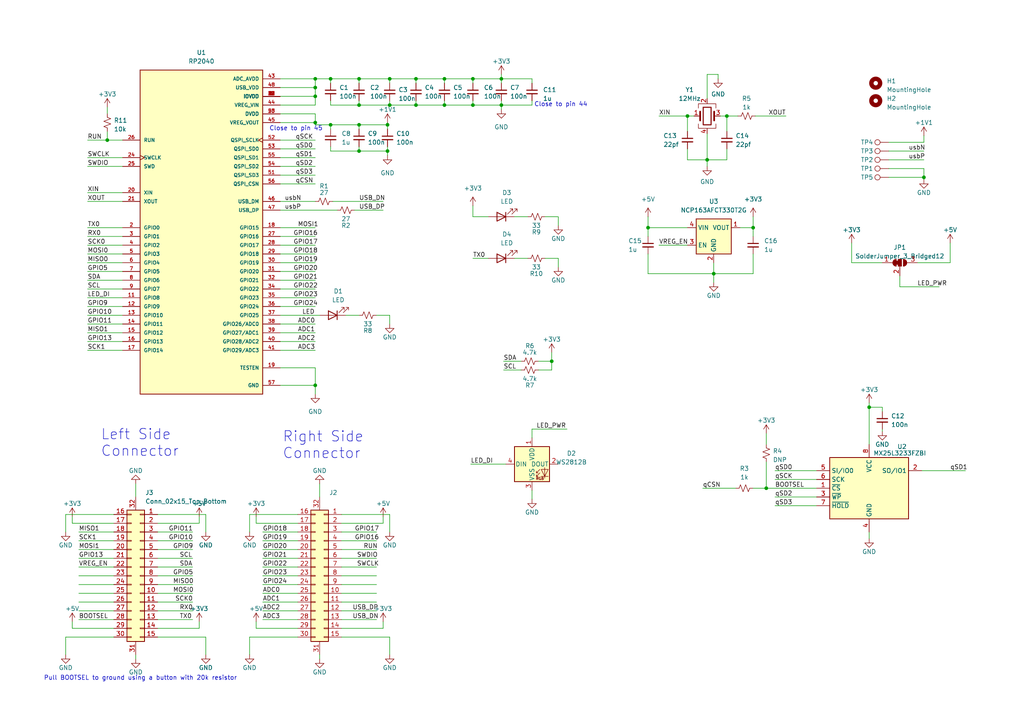
<source format=kicad_sch>
(kicad_sch (version 20230121) (generator eeschema)
  (paper "A4")
  (lib_symbols
    (symbol "Connector:TestPoint" (pin_numbers hide) (pin_names (offset 0.762) hide)
      (property "Reference" "TP" (at 0 6.858 0))
      (property "Value" "TestPoint" (at 0 5.08 0))
      (symbol "TestPoint_1_1"
        (pin passive line (at 0 0 90) (length 2.54) (name "1") (number "1"))
      )
    )
    (symbol "Customs_Connectors:Conn_02x15_Top_Bottom" (pin_names (offset 1.016) hide)
      (property "Reference" "J" (at 2.54 20.32 0))
      (property "Value" "Conn_02x15_Top_Bottom" (at 1.27 -20.32 0))
      (symbol "Conn_02x15_Top_Bottom_1_1"
        (pin passive line (at 7.62 17.78 180) (length 3.81) (name "Pin_1") (number "1"))
        (pin passive line (at 7.62 -5.08 180) (length 3.81) (name "Pin_10") (number "10"))
        (pin passive line (at 7.62 -7.62 180) (length 3.81) (name "Pin_11") (number "11"))
        (pin passive line (at 7.62 -10.16 180) (length 3.81) (name "Pin_12") (number "12"))
        (pin passive line (at 7.62 -12.7 180) (length 3.81) (name "Pin_13") (number "13"))
        (pin passive line (at 7.62 -15.24 180) (length 3.81) (name "Pin_14") (number "14"))
        (pin passive line (at 7.62 -17.78 180) (length 3.81) (name "Pin_15") (number "15"))
        (pin passive line (at -5.08 17.78 0) (length 3.81) (name "Pin_16") (number "16"))
        (pin passive line (at -5.08 15.24 0) (length 3.81) (name "Pin_17") (number "17"))
        (pin passive line (at -5.08 12.7 0) (length 3.81) (name "Pin_18") (number "18"))
        (pin passive line (at -5.08 10.16 0) (length 3.81) (name "Pin_19") (number "19"))
        (pin passive line (at 7.62 15.24 180) (length 3.81) (name "Pin_2") (number "2"))
        (pin passive line (at -5.08 7.62 0) (length 3.81) (name "Pin_20") (number "20"))
        (pin passive line (at -5.08 5.08 0) (length 3.81) (name "Pin_21") (number "21"))
        (pin passive line (at -5.08 2.54 0) (length 3.81) (name "Pin_22") (number "22"))
        (pin passive line (at -5.08 0 0) (length 3.81) (name "Pin_23") (number "23"))
        (pin passive line (at -5.08 -2.54 0) (length 3.81) (name "Pin_24") (number "24"))
        (pin passive line (at -5.08 -5.08 0) (length 3.81) (name "Pin_25") (number "25"))
        (pin passive line (at -5.08 -7.62 0) (length 3.81) (name "Pin_26") (number "26"))
        (pin passive line (at -5.08 -10.16 0) (length 3.81) (name "Pin_27") (number "27"))
        (pin passive line (at -5.08 -12.7 0) (length 3.81) (name "Pin_28") (number "28"))
        (pin passive line (at -5.08 -15.24 0) (length 3.81) (name "Pin_29") (number "29"))
        (pin passive line (at 7.62 12.7 180) (length 3.81) (name "Pin_3") (number "3"))
        (pin passive line (at -5.08 -17.78 0) (length 3.81) (name "Pin_30") (number "30"))
        (pin passive line (at 1.27 -22.86 90) (length 3.81) (name "Pin_30") (number "31"))
        (pin passive line (at 1.27 22.86 270) (length 3.81) (name "Pin_30") (number "32"))
        (pin passive line (at 7.62 10.16 180) (length 3.81) (name "Pin_4") (number "4"))
        (pin passive line (at 7.62 7.62 180) (length 3.81) (name "Pin_5") (number "5"))
        (pin passive line (at 7.62 5.08 180) (length 3.81) (name "Pin_6") (number "6"))
        (pin passive line (at 7.62 2.54 180) (length 3.81) (name "Pin_7") (number "7"))
        (pin passive line (at 7.62 0 180) (length 3.81) (name "Pin_8") (number "8"))
        (pin passive line (at 7.62 -2.54 180) (length 3.81) (name "Pin_9") (number "9"))
      )
    )
    (symbol "Device:C_Small" (pin_numbers hide) (pin_names (offset 0.254) hide)
      (property "Reference" "C" (at 0.254 1.778 0))
      (property "Value" "C_Small" (at 0.254 -2.032 0))
      (symbol "C_Small_1_1"
        (pin passive line (at 0 2.54 270) (length 2.032) (name "~") (number "1"))
        (pin passive line (at 0 -2.54 90) (length 2.032) (name "~") (number "2"))
      )
    )
    (symbol "Device:Crystal_GND24" (pin_names (offset 1.016) hide)
      (property "Reference" "Y" (at 3.175 5.08 0))
      (property "Value" "Crystal_GND24" (at 3.175 3.175 0))
      (symbol "Crystal_GND24_1_1"
        (pin passive line (at -3.81 0 0) (length 1.27) (name "1") (number "1"))
        (pin passive line (at 0 5.08 270) (length 1.27) (name "2") (number "2"))
        (pin passive line (at 3.81 0 180) (length 1.27) (name "3") (number "3"))
        (pin passive line (at 0 -5.08 90) (length 1.27) (name "4") (number "4"))
      )
    )
    (symbol "Device:LED" (pin_numbers hide) (pin_names (offset 1.016) hide)
      (property "Reference" "D" (at 0 2.54 0))
      (property "Value" "LED" (at 0 -2.54 0))
      (symbol "LED_1_1"
        (pin passive line (at -3.81 0 0) (length 2.54) (name "K") (number "1"))
        (pin passive line (at 3.81 0 180) (length 2.54) (name "A") (number "2"))
      )
    )
    (symbol "Device:R_Small_US" (pin_numbers hide) (pin_names (offset 0.254) hide)
      (property "Reference" "R" (at 0.762 0.508 0))
      (property "Value" "R_Small_US" (at 0.762 -1.016 0))
      (symbol "R_Small_US_1_1"
        (pin passive line (at 0 2.54 270) (length 1.016) (name "~") (number "1"))
        (pin passive line (at 0 -2.54 90) (length 1.016) (name "~") (number "2"))
      )
    )
    (symbol "Jumper:SolderJumper_3_Bridged12" (pin_names (offset 0) hide)
      (property "Reference" "JP" (at -2.54 -2.54 0))
      (property "Value" "SolderJumper_3_Bridged12" (at 0 2.794 0))
      (symbol "SolderJumper_3_Bridged12_1_1"
        (pin passive line (at -5.08 0 0) (length 2.54) (name "A") (number "1"))
        (pin passive line (at 0 -3.81 90) (length 2.54) (name "C") (number "2"))
        (pin passive line (at 5.08 0 180) (length 2.54) (name "B") (number "3"))
      )
    )
    (symbol "LED:WS2812B" (pin_names (offset 0.254))
      (property "Reference" "D" (at 5.08 5.715 0))
      (property "Value" "WS2812B" (at 1.27 -5.715 0))
      (symbol "WS2812B_0_0"
        (text "RGB" (at 2.286 -4.191 0) (effects (font (size 0.762 0.762))))
      )
      (symbol "WS2812B_1_1"
        (pin power_in line (at 0 7.62 270) (length 2.54) (name "VDD") (number "1"))
        (pin output line (at 7.62 0 180) (length 2.54) (name "DOUT") (number "2"))
        (pin power_in line (at 0 -7.62 90) (length 2.54) (name "VSS") (number "3"))
        (pin input line (at -7.62 0 0) (length 2.54) (name "DIN") (number "4"))
      )
    )
    (symbol "Mechanical:MountingHole" (pin_names (offset 1.016))
      (property "Reference" "H" (at 0 5.08 0))
      (property "Value" "MountingHole" (at 0 3.175 0))
    )
    (symbol "Memory_Flash:AT25DF041x-UxN-x"
      (property "Reference" "U2" (at 9.525 12.065 0))
      (property "Value" "MX25L3233FZBI" (at 8.89 10.16 0))
      (symbol "AT25DF041x-UxN-x_1_1"
        (pin input line (at -15.24 0 0) (length 3.81) (name "~{CS}") (number "1"))
        (pin bidirectional line (at 15.24 5.08 180) (length 3.81) (name "SO/IO1") (number "2"))
        (pin bidirectional line (at -15.24 -2.54 0) (length 3.81) (name "~{WP}") (number "3"))
        (pin power_in line (at 0 -12.7 90) (length 3.81) (name "GND") (number "4"))
        (pin bidirectional line (at -15.24 5.08 0) (length 3.81) (name "SI/IO0") (number "5"))
        (pin input line (at -15.24 2.54 0) (length 3.81) (name "SCK") (number "6"))
        (pin bidirectional line (at -15.24 -5.08 0) (length 3.81) (name "~{HOLD}") (number "7"))
        (pin power_in line (at 0 12.7 270) (length 3.81) (name "VCC") (number "8"))
      )
    )
    (symbol "RP2040:RP2040" (pin_names (offset 1.016))
      (property "Reference" "U1" (at 0 53.34 0))
      (property "Value" "RP2040" (at 0 50.8 0))
      (symbol "RP2040_0_0"
        (pin power_in line (at 22.86 40.64 180) (length 5.08) (name "IOVDD") (number "1"))
        (pin power_in line (at 22.86 40.64 180) (length 5.08) (name "IOVDD") (number "10"))
        (pin bidirectional line (at -22.86 -17.78 0) (length 5.08) (name "GPIO8") (number "11"))
        (pin bidirectional line (at -22.86 -20.32 0) (length 5.08) (name "GPIO9") (number "12"))
        (pin bidirectional line (at -22.86 -22.86 0) (length 5.08) (name "GPIO10") (number "13"))
        (pin bidirectional line (at -22.86 -25.4 0) (length 5.08) (name "GPIO11") (number "14"))
        (pin bidirectional line (at -22.86 -27.94 0) (length 5.08) (name "GPIO12") (number "15"))
        (pin bidirectional line (at -22.86 -30.48 0) (length 5.08) (name "GPIO13") (number "16"))
        (pin bidirectional line (at -22.86 -33.02 0) (length 5.08) (name "GPIO14") (number "17"))
        (pin bidirectional line (at 22.86 2.54 180) (length 5.08) (name "GPIO15") (number "18"))
        (pin passive line (at 22.86 -38.1 180) (length 5.08) (name "TESTEN") (number "19"))
        (pin bidirectional line (at -22.86 2.54 0) (length 5.08) (name "GPIO0") (number "2"))
        (pin input line (at -22.86 12.7 0) (length 5.08) (name "XIN") (number "20"))
        (pin output line (at -22.86 10.16 0) (length 5.08) (name "XOUT") (number "21"))
        (pin power_in line (at 22.86 40.64 180) (length 5.08) (name "IOVDD") (number "22"))
        (pin power_in line (at 22.86 35.56 180) (length 5.08) (name "DVDD") (number "23"))
        (pin input clock (at -22.86 22.86 0) (length 5.08) (name "SWCLK") (number "24"))
        (pin bidirectional line (at -22.86 20.32 0) (length 5.08) (name "SWD") (number "25"))
        (pin input line (at -22.86 27.94 0) (length 5.08) (name "RUN") (number "26"))
        (pin bidirectional line (at 22.86 0 180) (length 5.08) (name "GPIO16") (number "27"))
        (pin bidirectional line (at 22.86 -2.54 180) (length 5.08) (name "GPIO17") (number "28"))
        (pin bidirectional line (at 22.86 -5.08 180) (length 5.08) (name "GPIO18") (number "29"))
        (pin bidirectional line (at -22.86 0 0) (length 5.08) (name "GPIO1") (number "3"))
        (pin bidirectional line (at 22.86 -7.62 180) (length 5.08) (name "GPIO19") (number "30"))
        (pin bidirectional line (at 22.86 -10.16 180) (length 5.08) (name "GPIO20") (number "31"))
        (pin bidirectional line (at 22.86 -12.7 180) (length 5.08) (name "GPIO21") (number "32"))
        (pin power_in line (at 22.86 40.64 180) (length 5.08) (name "IOVDD") (number "33"))
        (pin bidirectional line (at 22.86 -15.24 180) (length 5.08) (name "GPIO22") (number "34"))
        (pin bidirectional line (at 22.86 -17.78 180) (length 5.08) (name "GPIO23") (number "35"))
        (pin bidirectional line (at 22.86 -20.32 180) (length 5.08) (name "GPIO24") (number "36"))
        (pin bidirectional line (at 22.86 -22.86 180) (length 5.08) (name "GPIO25") (number "37"))
        (pin bidirectional line (at 22.86 -25.4 180) (length 5.08) (name "GPIO26/ADC0") (number "38"))
        (pin bidirectional line (at 22.86 -27.94 180) (length 5.08) (name "GPIO27/ADC1") (number "39"))
        (pin bidirectional line (at -22.86 -2.54 0) (length 5.08) (name "GPIO2") (number "4"))
        (pin bidirectional line (at 22.86 -30.48 180) (length 5.08) (name "GPIO28/ADC2") (number "40"))
        (pin bidirectional line (at 22.86 -33.02 180) (length 5.08) (name "GPIO29/ADC3") (number "41"))
        (pin power_in line (at 22.86 40.64 180) (length 5.08) (name "IOVDD") (number "42"))
        (pin power_in line (at 22.86 45.72 180) (length 5.08) (name "ADC_AVDD") (number "43"))
        (pin input line (at 22.86 38.1 180) (length 5.08) (name "VREG_VIN") (number "44"))
        (pin output line (at 22.86 33.02 180) (length 5.08) (name "VREG_VOUT") (number "45"))
        (pin bidirectional line (at 22.86 10.16 180) (length 5.08) (name "USB_DM") (number "46"))
        (pin bidirectional line (at 22.86 7.62 180) (length 5.08) (name "USB_DP") (number "47"))
        (pin power_in line (at 22.86 43.18 180) (length 5.08) (name "USB_VDD") (number "48"))
        (pin power_in line (at 22.86 40.64 180) (length 5.08) (name "IOVDD") (number "49"))
        (pin bidirectional line (at -22.86 -5.08 0) (length 5.08) (name "GPIO3") (number "5"))
        (pin power_in line (at 22.86 35.56 180) (length 5.08) (name "DVDD") (number "50"))
        (pin bidirectional line (at 22.86 17.78 180) (length 5.08) (name "QSPI_SD3") (number "51"))
        (pin bidirectional clock (at 22.86 27.94 180) (length 5.08) (name "QSPI_SCLK") (number "52"))
        (pin bidirectional line (at 22.86 25.4 180) (length 5.08) (name "QSPI_SD0") (number "53"))
        (pin bidirectional line (at 22.86 20.32 180) (length 5.08) (name "QSPI_SD2") (number "54"))
        (pin bidirectional line (at 22.86 22.86 180) (length 5.08) (name "QSPI_SD1") (number "55"))
        (pin bidirectional line (at 22.86 15.24 180) (length 5.08) (name "QSPI_CSN") (number "56"))
        (pin power_in line (at 22.86 -43.18 180) (length 5.08) (name "GND") (number "57"))
        (pin bidirectional line (at -22.86 -7.62 0) (length 5.08) (name "GPIO4") (number "6"))
        (pin bidirectional line (at -22.86 -10.16 0) (length 5.08) (name "GPIO5") (number "7"))
        (pin bidirectional line (at -22.86 -12.7 0) (length 5.08) (name "GPIO6") (number "8"))
        (pin bidirectional line (at -22.86 -15.24 0) (length 5.08) (name "GPIO7") (number "9"))
      )
    )
    (symbol "Regulator_Linear:NCP163AFCT330T2G"
      (property "Reference" "U3" (at 0 10.16 0))
      (property "Value" "NCP163AFCT330T2G" (at 0 7.62 0))
      (symbol "NCP163AFCT330T2G_1_1"
        (pin power_out line (at 7.62 2.54 180) (length 2.54) (name "VOUT") (number "1"))
        (pin power_in line (at 0 -7.62 90) (length 2.54) (name "GND") (number "2"))
        (pin input line (at -7.62 -2.54 0) (length 2.54) (name "EN") (number "3"))
        (pin power_in line (at -7.62 2.54 0) (length 2.54) (name "VIN") (number "4"))
      )
    )
    (symbol "power:+1V1" (power) (pin_names (offset 0))
      (property "Value" "+1V1" (at 0 3.556 0))
      (symbol "+1V1_1_1"
        (pin power_in line (at 0 0 90) (length 0) hide (name "+1V1") (number "1"))
      )
    )
    (symbol "power:+3.3V" (power) (pin_names (offset 0))
      (property "Value" "+3.3V" (at 0 3.556 0))
      (symbol "+3.3V_1_1"
        (pin power_in line (at 0 0 90) (length 0) hide (name "+3V3") (number "1"))
      )
    )
    (symbol "power:+5V" (power) (pin_names (offset 0))
      (property "Value" "+5V" (at 0 3.556 0))
      (symbol "+5V_1_1"
        (pin power_in line (at 0 0 90) (length 0) hide (name "+5V") (number "1"))
      )
    )
    (symbol "power:GND" (power) (pin_names (offset 0))
      (property "Value" "GND" (at 0 -3.81 0))
      (symbol "GND_1_1"
        (pin power_in line (at 0 0 270) (length 0) hide (name "GND") (number "1"))
      )
    )
  )
  (junction (at 91.44 25.4))
  (junction (at 218.44 66.04))
  (junction (at 210.82 33.655))
  (junction (at 145.415 22.86))
  (junction (at 113.03 22.86))
  (junction (at 104.14 22.86))
  (junction (at 31.115 40.64))
  (junction (at 187.96 66.04))
  (junction (at 137.16 30.48))
  (junction (at 207.01 79.375))
  (junction (at 104.14 36.195))
  (junction (at 145.415 30.48))
  (junction (at 91.44 111.76))
  (junction (at 91.44 35.56))
  (junction (at 112.395 36.195))
  (junction (at 112.395 43.815))
  (junction (at 128.905 22.86))
  (junction (at 95.885 22.86))
  (junction (at 267.97 51.435))
  (junction (at 137.16 22.86))
  (junction (at 160.02 104.775))
  (junction (at 91.44 27.94))
  (junction (at 222.25 141.605))
  (junction (at 205.105 46.355))
  (junction (at 91.44 22.86))
  (junction (at 113.03 30.48))
  (junction (at 120.65 30.48))
  (junction (at 199.39 33.655))
  (junction (at 128.905 30.48))
  (junction (at 95.885 36.195))
  (junction (at 120.65 22.86))
  (junction (at 104.14 30.48))
  (junction (at 252.095 118.11))
  (junction (at 104.14 43.815))
  (wire (pts (xy 112.395 36.195) (xy 104.14 36.195)))
  (wire (pts (xy 81.28 111.76) (xy 91.44 111.76)))
  (wire (pts (xy 255.905 124.46) (xy 255.905 125.095)))
  (wire (pts (xy 247.015 70.485) (xy 247.015 76.2)))
  (wire (pts (xy 224.79 144.145) (xy 236.855 144.145)))
  (wire (pts (xy 86.36 182.245) (xy 74.295 182.245)))
  (wire (pts (xy 99.06 177.165) (xy 109.22 177.165)))
  (wire (pts (xy 22.86 156.845) (xy 33.02 156.845)))
  (wire (pts (xy 218.44 141.605) (xy 222.25 141.605)))
  (wire (pts (xy 257.81 43.815) (xy 267.97 43.815)))
  (wire (pts (xy 81.28 40.64) (xy 91.44 40.64)))
  (wire (pts (xy 145.415 22.86) (xy 145.415 24.13)))
  (wire (pts (xy 91.44 33.02) (xy 91.44 35.56)))
  (wire (pts (xy 81.28 25.4) (xy 91.44 25.4)))
  (wire (pts (xy 45.72 179.705) (xy 55.88 179.705)))
  (wire (pts (xy 99.06 179.705) (xy 109.22 179.705)))
  (wire (pts (xy 214.63 66.04) (xy 218.44 66.04)))
  (wire (pts (xy 76.2 167.005) (xy 86.36 167.005)))
  (wire (pts (xy 39.37 189.865) (xy 39.37 191.135)))
  (wire (pts (xy 22.86 164.465) (xy 33.02 164.465)))
  (wire (pts (xy 81.28 66.04) (xy 91.44 66.04)))
  (wire (pts (xy 76.2 174.625) (xy 86.36 174.625)))
  (wire (pts (xy 112.395 37.465) (xy 112.395 36.195)))
  (wire (pts (xy 255.905 118.11) (xy 252.095 118.11)))
  (wire (pts (xy 91.44 111.76) (xy 91.44 114.3)))
  (wire (pts (xy 45.72 172.085) (xy 55.88 172.085)))
  (wire (pts (xy 25.4 66.04) (xy 35.56 66.04)))
  (wire (pts (xy 22.86 161.925) (xy 33.02 161.925)))
  (wire (pts (xy 81.28 33.02) (xy 91.44 33.02)))
  (wire (pts (xy 33.02 184.785) (xy 19.05 184.785)))
  (wire (pts (xy 120.65 29.21) (xy 120.65 30.48)))
  (wire (pts (xy 128.905 30.48) (xy 120.65 30.48)))
  (wire (pts (xy 136.525 134.62) (xy 146.685 134.62)))
  (wire (pts (xy 187.96 66.04) (xy 199.39 66.04)))
  (wire (pts (xy 81.28 30.48) (xy 91.44 30.48)))
  (wire (pts (xy 205.105 46.355) (xy 210.82 46.355)))
  (wire (pts (xy 146.05 104.775) (xy 151.13 104.775)))
  (wire (pts (xy 96.52 58.42) (xy 111.125 58.42)))
  (wire (pts (xy 25.4 101.6) (xy 35.56 101.6)))
  (wire (pts (xy 260.985 80.01) (xy 260.985 83.185)))
  (wire (pts (xy 20.955 149.86) (xy 20.955 151.765)))
  (wire (pts (xy 257.81 51.435) (xy 267.97 51.435)))
  (wire (pts (xy 76.2 172.085) (xy 86.36 172.085)))
  (wire (pts (xy 210.82 33.655) (xy 210.82 38.1)))
  (wire (pts (xy 35.56 83.82) (xy 25.4 83.82)))
  (wire (pts (xy 137.16 29.21) (xy 137.16 30.48)))
  (wire (pts (xy 99.06 167.005) (xy 109.22 167.005)))
  (wire (pts (xy 81.28 53.34) (xy 91.44 53.34)))
  (wire (pts (xy 104.14 36.195) (xy 104.14 37.465)))
  (wire (pts (xy 45.72 159.385) (xy 55.88 159.385)))
  (wire (pts (xy 81.28 93.98) (xy 91.44 93.98)))
  (wire (pts (xy 104.14 36.195) (xy 95.885 36.195)))
  (wire (pts (xy 113.03 184.785) (xy 99.06 184.785)))
  (wire (pts (xy 158.115 62.865) (xy 161.925 62.865)))
  (wire (pts (xy 22.86 154.305) (xy 33.02 154.305)))
  (wire (pts (xy 95.885 36.195) (xy 91.44 36.195)))
  (wire (pts (xy 92.71 189.865) (xy 92.71 191.135)))
  (wire (pts (xy 141.605 62.865) (xy 137.16 62.865)))
  (wire (pts (xy 19.05 149.225) (xy 19.05 154.305)))
  (wire (pts (xy 208.915 33.655) (xy 210.82 33.655)))
  (wire (pts (xy 91.44 36.195) (xy 91.44 35.56)))
  (wire (pts (xy 81.28 73.66) (xy 91.44 73.66)))
  (wire (pts (xy 95.885 43.815) (xy 104.14 43.815)))
  (wire (pts (xy 81.28 71.12) (xy 91.44 71.12)))
  (wire (pts (xy 267.97 48.895) (xy 267.97 51.435)))
  (wire (pts (xy 81.28 50.8) (xy 91.44 50.8)))
  (wire (pts (xy 149.225 74.93) (xy 153.035 74.93)))
  (wire (pts (xy 76.2 164.465) (xy 86.36 164.465)))
  (wire (pts (xy 81.28 88.9) (xy 91.44 88.9)))
  (wire (pts (xy 113.03 184.785) (xy 113.03 189.865)))
  (wire (pts (xy 267.97 51.435) (xy 267.97 52.07)))
  (wire (pts (xy 137.16 59.69) (xy 137.16 62.865)))
  (wire (pts (xy 137.16 30.48) (xy 128.905 30.48)))
  (wire (pts (xy 59.69 149.225) (xy 59.69 154.305)))
  (wire (pts (xy 160.02 107.315) (xy 156.21 107.315)))
  (wire (pts (xy 104.14 22.86) (xy 104.14 24.13)))
  (wire (pts (xy 113.03 22.86) (xy 120.65 22.86)))
  (wire (pts (xy 128.905 22.86) (xy 128.905 24.13)))
  (wire (pts (xy 81.28 45.72) (xy 91.44 45.72)))
  (wire (pts (xy 112.395 35.56) (xy 112.395 36.195)))
  (wire (pts (xy 76.2 179.705) (xy 86.36 179.705)))
  (wire (pts (xy 22.86 169.545) (xy 33.02 169.545)))
  (wire (pts (xy 99.06 172.085) (xy 109.22 172.085)))
  (wire (pts (xy 19.05 184.785) (xy 19.05 189.865)))
  (wire (pts (xy 218.44 62.865) (xy 218.44 66.04)))
  (wire (pts (xy 255.905 76.2) (xy 247.015 76.2)))
  (wire (pts (xy 76.2 177.165) (xy 86.36 177.165)))
  (wire (pts (xy 160.02 104.775) (xy 160.02 107.315)))
  (wire (pts (xy 257.81 48.895) (xy 267.97 48.895)))
  (wire (pts (xy 145.415 30.48) (xy 154.305 30.48)))
  (wire (pts (xy 19.05 149.225) (xy 33.02 149.225)))
  (wire (pts (xy 81.28 60.96) (xy 97.79 60.96)))
  (wire (pts (xy 45.72 154.305) (xy 55.88 154.305)))
  (wire (pts (xy 104.14 30.48) (xy 113.03 30.48)))
  (wire (pts (xy 25.4 81.28) (xy 35.56 81.28)))
  (wire (pts (xy 145.415 21.59) (xy 145.415 22.86)))
  (wire (pts (xy 111.125 149.86) (xy 111.125 151.765)))
  (wire (pts (xy 99.06 154.305) (xy 109.22 154.305)))
  (wire (pts (xy 72.39 149.225) (xy 72.39 154.305)))
  (wire (pts (xy 154.305 29.21) (xy 154.305 30.48)))
  (wire (pts (xy 99.06 161.925) (xy 109.22 161.925)))
  (wire (pts (xy 207.01 79.375) (xy 187.96 79.375)))
  (wire (pts (xy 91.44 22.86) (xy 95.885 22.86)))
  (wire (pts (xy 81.28 76.2) (xy 91.44 76.2)))
  (wire (pts (xy 205.105 38.735) (xy 205.105 46.355)))
  (wire (pts (xy 81.28 106.68) (xy 91.44 106.68)))
  (wire (pts (xy 113.03 91.44) (xy 113.03 93.98)))
  (wire (pts (xy 156.21 104.775) (xy 160.02 104.775)))
  (wire (pts (xy 25.4 96.52) (xy 35.56 96.52)))
  (wire (pts (xy 137.16 22.86) (xy 145.415 22.86)))
  (wire (pts (xy 137.16 30.48) (xy 145.415 30.48)))
  (wire (pts (xy 81.28 78.74) (xy 91.44 78.74)))
  (wire (pts (xy 81.28 101.6) (xy 91.44 101.6)))
  (wire (pts (xy 20.955 180.34) (xy 20.955 182.245)))
  (wire (pts (xy 72.39 149.225) (xy 86.36 149.225)))
  (wire (pts (xy 76.2 154.305) (xy 86.36 154.305)))
  (wire (pts (xy 74.295 180.34) (xy 74.295 182.245)))
  (wire (pts (xy 81.28 91.44) (xy 92.71 91.44)))
  (wire (pts (xy 81.28 83.82) (xy 91.44 83.82)))
  (wire (pts (xy 207.01 79.375) (xy 207.01 81.915)))
  (wire (pts (xy 99.06 151.765) (xy 111.125 151.765)))
  (wire (pts (xy 128.905 29.21) (xy 128.905 30.48)))
  (wire (pts (xy 99.06 156.845) (xy 109.22 156.845)))
  (wire (pts (xy 205.105 46.355) (xy 205.105 48.26)))
  (wire (pts (xy 99.06 169.545) (xy 109.22 169.545)))
  (wire (pts (xy 95.885 22.86) (xy 104.14 22.86)))
  (wire (pts (xy 76.2 156.845) (xy 86.36 156.845)))
  (wire (pts (xy 72.39 184.785) (xy 72.39 189.865)))
  (wire (pts (xy 154.305 124.46) (xy 154.305 127)))
  (wire (pts (xy 111.125 180.34) (xy 111.125 182.245)))
  (wire (pts (xy 141.605 74.93) (xy 137.16 74.93)))
  (wire (pts (xy 45.72 177.165) (xy 55.88 177.165)))
  (wire (pts (xy 267.335 136.525) (xy 280.035 136.525)))
  (wire (pts (xy 25.4 86.36) (xy 35.56 86.36)))
  (wire (pts (xy 111.125 182.245) (xy 99.06 182.245)))
  (wire (pts (xy 81.28 68.58) (xy 91.44 68.58)))
  (wire (pts (xy 91.44 27.94) (xy 91.44 30.48)))
  (wire (pts (xy 81.28 35.56) (xy 91.44 35.56)))
  (wire (pts (xy 95.885 42.545) (xy 95.885 43.815)))
  (wire (pts (xy 91.44 22.86) (xy 91.44 25.4)))
  (wire (pts (xy 95.885 22.86) (xy 95.885 24.13)))
  (wire (pts (xy 137.16 22.86) (xy 137.16 24.13)))
  (wire (pts (xy 76.2 161.925) (xy 86.36 161.925)))
  (wire (pts (xy 95.885 29.21) (xy 95.885 30.48)))
  (wire (pts (xy 120.65 22.86) (xy 128.905 22.86)))
  (wire (pts (xy 25.4 73.66) (xy 35.56 73.66)))
  (wire (pts (xy 22.86 172.085) (xy 33.02 172.085)))
  (wire (pts (xy 45.72 164.465) (xy 55.88 164.465)))
  (wire (pts (xy 22.86 159.385) (xy 33.02 159.385)))
  (wire (pts (xy 22.86 179.705) (xy 33.02 179.705)))
  (wire (pts (xy 74.295 149.86) (xy 74.295 151.765)))
  (wire (pts (xy 45.72 161.925) (xy 55.88 161.925)))
  (wire (pts (xy 149.225 62.865) (xy 153.035 62.865)))
  (wire (pts (xy 92.71 140.335) (xy 92.71 144.145)))
  (wire (pts (xy 260.985 83.185) (xy 272.415 83.185)))
  (wire (pts (xy 81.28 86.36) (xy 91.44 86.36)))
  (wire (pts (xy 76.2 169.545) (xy 86.36 169.545)))
  (wire (pts (xy 199.39 46.355) (xy 205.105 46.355)))
  (wire (pts (xy 39.37 140.335) (xy 39.37 144.145)))
  (wire (pts (xy 257.81 46.355) (xy 267.97 46.355)))
  (wire (pts (xy 207.01 76.2) (xy 207.01 79.375)))
  (wire (pts (xy 74.295 151.765) (xy 86.36 151.765)))
  (wire (pts (xy 128.905 22.86) (xy 137.16 22.86)))
  (wire (pts (xy 25.4 93.98) (xy 35.56 93.98)))
  (wire (pts (xy 25.4 45.72) (xy 35.56 45.72)))
  (wire (pts (xy 25.4 88.9) (xy 35.56 88.9)))
  (wire (pts (xy 57.785 182.245) (xy 45.72 182.245)))
  (wire (pts (xy 59.69 184.785) (xy 45.72 184.785)))
  (wire (pts (xy 81.28 48.26) (xy 91.44 48.26)))
  (wire (pts (xy 104.14 22.86) (xy 113.03 22.86)))
  (wire (pts (xy 33.02 182.245) (xy 20.955 182.245)))
  (wire (pts (xy 25.4 78.74) (xy 35.56 78.74)))
  (wire (pts (xy 81.28 22.86) (xy 91.44 22.86)))
  (wire (pts (xy 104.14 30.48) (xy 95.885 30.48)))
  (wire (pts (xy 95.885 37.465) (xy 95.885 36.195)))
  (wire (pts (xy 45.72 167.005) (xy 55.88 167.005)))
  (wire (pts (xy 154.305 124.46) (xy 164.465 124.46)))
  (wire (pts (xy 218.44 73.66) (xy 218.44 79.375)))
  (wire (pts (xy 104.14 29.21) (xy 104.14 30.48)))
  (wire (pts (xy 210.82 33.655) (xy 213.995 33.655)))
  (wire (pts (xy 59.69 184.785) (xy 59.69 189.865)))
  (wire (pts (xy 45.72 156.845) (xy 55.88 156.845)))
  (wire (pts (xy 210.82 43.18) (xy 210.82 46.355)))
  (wire (pts (xy 146.05 107.315) (xy 151.13 107.315)))
  (wire (pts (xy 267.97 39.37) (xy 267.97 41.275)))
  (wire (pts (xy 57.785 149.86) (xy 57.785 151.765)))
  (wire (pts (xy 99.06 164.465) (xy 109.22 164.465)))
  (wire (pts (xy 45.72 149.225) (xy 59.69 149.225)))
  (wire (pts (xy 218.44 66.04) (xy 218.44 68.58)))
  (wire (pts (xy 191.135 33.655) (xy 199.39 33.655)))
  (wire (pts (xy 45.72 151.765) (xy 57.785 151.765)))
  (wire (pts (xy 22.86 177.165) (xy 33.02 177.165)))
  (wire (pts (xy 102.87 60.96) (xy 111.125 60.96)))
  (wire (pts (xy 205.105 21.59) (xy 208.28 21.59)))
  (wire (pts (xy 76.2 159.385) (xy 86.36 159.385)))
  (wire (pts (xy 113.03 24.13) (xy 113.03 22.86)))
  (wire (pts (xy 222.25 141.605) (xy 236.855 141.605)))
  (wire (pts (xy 31.115 38.1) (xy 31.115 40.64)))
  (wire (pts (xy 199.39 33.655) (xy 199.39 38.1)))
  (wire (pts (xy 81.28 81.28) (xy 91.44 81.28)))
  (wire (pts (xy 25.4 71.12) (xy 35.56 71.12)))
  (wire (pts (xy 31.115 31.115) (xy 31.115 33.02)))
  (wire (pts (xy 187.96 66.04) (xy 187.96 68.58)))
  (wire (pts (xy 252.095 116.84) (xy 252.095 118.11)))
  (wire (pts (xy 104.14 43.815) (xy 112.395 43.815)))
  (wire (pts (xy 45.72 174.625) (xy 55.88 174.625)))
  (wire (pts (xy 160.02 102.235) (xy 160.02 104.775)))
  (wire (pts (xy 57.785 180.34) (xy 57.785 182.245)))
  (wire (pts (xy 81.28 43.18) (xy 91.44 43.18)))
  (wire (pts (xy 275.59 70.485) (xy 275.59 76.2)))
  (wire (pts (xy 100.33 91.44) (xy 104.14 91.44)))
  (wire (pts (xy 222.25 125.73) (xy 222.25 128.905)))
  (wire (pts (xy 208.28 21.59) (xy 208.28 22.86)))
  (wire (pts (xy 104.14 42.545) (xy 104.14 43.815)))
  (wire (pts (xy 112.395 43.815) (xy 112.395 45.085)))
  (wire (pts (xy 224.79 146.685) (xy 236.855 146.685)))
  (wire (pts (xy 81.28 96.52) (xy 91.44 96.52)))
  (wire (pts (xy 113.03 29.21) (xy 113.03 30.48)))
  (wire (pts (xy 154.305 142.24) (xy 154.305 144.78)))
  (wire (pts (xy 20.955 151.765) (xy 33.02 151.765)))
  (wire (pts (xy 191.135 71.12) (xy 199.39 71.12)))
  (wire (pts (xy 252.095 118.11) (xy 252.095 128.905)))
  (wire (pts (xy 187.96 62.865) (xy 187.96 66.04)))
  (wire (pts (xy 109.22 91.44) (xy 113.03 91.44)))
  (wire (pts (xy 203.835 141.605) (xy 213.36 141.605)))
  (wire (pts (xy 145.415 22.86) (xy 154.305 22.86)))
  (wire (pts (xy 199.39 43.18) (xy 199.39 46.355)))
  (wire (pts (xy 91.44 25.4) (xy 91.44 27.94)))
  (wire (pts (xy 99.06 159.385) (xy 109.22 159.385)))
  (wire (pts (xy 25.4 68.58) (xy 35.56 68.58)))
  (wire (pts (xy 222.25 133.985) (xy 222.25 141.605)))
  (wire (pts (xy 25.4 48.26) (xy 35.56 48.26)))
  (wire (pts (xy 257.81 41.275) (xy 267.97 41.275)))
  (wire (pts (xy 255.905 119.38) (xy 255.905 118.11)))
  (wire (pts (xy 154.305 22.86) (xy 154.305 24.13)))
  (wire (pts (xy 145.415 29.21) (xy 145.415 30.48)))
  (wire (pts (xy 25.4 58.42) (xy 35.56 58.42)))
  (wire (pts (xy 224.79 139.065) (xy 236.855 139.065)))
  (wire (pts (xy 161.925 74.93) (xy 161.925 77.47)))
  (wire (pts (xy 207.01 79.375) (xy 218.44 79.375)))
  (wire (pts (xy 158.115 74.93) (xy 161.925 74.93)))
  (wire (pts (xy 25.4 55.88) (xy 35.56 55.88)))
  (wire (pts (xy 81.28 27.94) (xy 91.44 27.94)))
  (wire (pts (xy 113.03 149.225) (xy 113.03 154.305)))
  (wire (pts (xy 120.65 22.86) (xy 120.65 24.13)))
  (wire (pts (xy 25.4 76.2) (xy 35.56 76.2)))
  (wire (pts (xy 25.4 40.64) (xy 31.115 40.64)))
  (wire (pts (xy 22.86 167.005) (xy 33.02 167.005)))
  (wire (pts (xy 22.86 174.625) (xy 33.02 174.625)))
  (wire (pts (xy 266.065 76.2) (xy 275.59 76.2)))
  (wire (pts (xy 219.075 33.655) (xy 227.965 33.655)))
  (wire (pts (xy 25.4 91.44) (xy 35.56 91.44)))
  (wire (pts (xy 81.28 99.06) (xy 91.44 99.06)))
  (wire (pts (xy 187.96 79.375) (xy 187.96 73.66)))
  (wire (pts (xy 99.06 149.225) (xy 113.03 149.225)))
  (wire (pts (xy 91.44 106.68) (xy 91.44 111.76)))
  (wire (pts (xy 86.36 184.785) (xy 72.39 184.785)))
  (wire (pts (xy 205.105 28.575) (xy 205.105 21.59)))
  (wire (pts (xy 99.06 174.625) (xy 109.22 174.625)))
  (wire (pts (xy 31.115 40.64) (xy 35.56 40.64)))
  (wire (pts (xy 112.395 42.545) (xy 112.395 43.815)))
  (wire (pts (xy 201.295 33.655) (xy 199.39 33.655)))
  (wire (pts (xy 45.72 169.545) (xy 55.88 169.545)))
  (wire (pts (xy 25.4 99.06) (xy 35.56 99.06)))
  (wire (pts (xy 81.28 58.42) (xy 91.44 58.42)))
  (wire (pts (xy 252.095 154.305) (xy 252.095 156.21)))
  (wire (pts (xy 224.79 136.525) (xy 236.855 136.525)))
  (wire (pts (xy 113.03 30.48) (xy 120.65 30.48)))
  (wire (pts (xy 145.415 30.48) (xy 145.415 31.75)))
  (wire (pts (xy 161.925 62.865) (xy 161.925 65.405)))
  (text "Close to pin 45\n" (at 78.105 38.1 0) (effects (font (size 1.27 1.27)) (justify left bottom)))
  (text "Left Side\nConnector" (at 29.21 132.715 0) (effects (font (size 3 3)) (justify left bottom)))
  (text "Close to pin 44" (at 154.94 31.115 0) (effects (font (size 1.27 1.27)) (justify left bottom)))
  (text "Right Side\nConnector" (at 81.915 133.35 0) (effects (font (size 3 3)) (justify left bottom)))
  (text "Pull BOOTSEL to ground using a button with 20k resistor\n" (at 12.7 197.485 0) (effects (font (size 1.27 1.27)) (justify left bottom)))
  (label "GPIO19" (at 85.09 76.2 0))
  (label "ADC1" (at 86.36 96.52 0))
  (label "SCK0" (at 50.8 174.625 0))
  (label "GPIO22" (at 76.2 164.465 0))
  (label "MOSI0" (at 50.165 172.085 0))
  (label "GPIO9" (at 25.4 88.9 0))
  (label "qSD2" (at 224.79 144.145 0))
  (label "SCL" (at 52.07 161.925 0))
  (label "qSD2" (at 85.725 48.26 0))
  (label "GPIO17" (at 85.09 71.12 0))
  (label "MISO0" (at 50.165 169.545 0))
  (label "GPIO5" (at 25.4 78.74 0))
  (label "USB_DP" (at 102.235 177.165 0))
  (label "GPIO10" (at 48.895 156.845 0))
  (label "usbN" (at 263.525 43.815 0))
  (label "qSCK" (at 85.725 40.64 0))
  (label "qCSN" (at 85.725 53.34 0))
  (label "VREG_EN" (at 22.86 164.465 0))
  (label "qSD1" (at 85.725 45.72 0))
  (label "SWCLK" (at 103.505 164.465 0))
  (label "SCL" (at 25.4 83.82 0))
  (label "GPIO19" (at 76.2 156.845 0))
  (label "SDA" (at 25.4 81.28 0))
  (label "GPIO5" (at 50.165 167.005 0))
  (label "usbP" (at 263.525 46.355 0))
  (label "GPIO11" (at 25.4 93.98 0))
  (label "SWCLK" (at 25.4 45.72 0))
  (label "SWDIO" (at 25.4 48.26 0))
  (label "GPIO24" (at 76.2 169.545 0))
  (label "GPIO23" (at 76.2 167.005 0))
  (label "TX0" (at 52.07 179.705 0))
  (label "XOUT" (at 25.4 58.42 0))
  (label "MISO0" (at 25.4 76.2 0))
  (label "GPIO17" (at 102.87 154.305 0))
  (label "ADC2" (at 76.2 177.165 0))
  (label "GPIO13" (at 22.86 161.925 0))
  (label "qSCK" (at 224.79 139.065 0))
  (label "SCK0" (at 25.4 71.12 0))
  (label "BOOTSEL" (at 22.86 179.705 0))
  (label "usbN" (at 82.55 58.42 0))
  (label "GPIO21" (at 76.2 161.925 0))
  (label "XIN" (at 191.135 33.655 0))
  (label "SCK1" (at 25.4 101.6 0))
  (label "usbP" (at 82.55 60.96 0))
  (label "GPIO18" (at 76.2 154.305 0))
  (label "VREG_EN" (at 191.135 71.12 0))
  (label "LED_PWR" (at 266.065 83.185 0))
  (label "SDA" (at 146.05 104.775 0))
  (label "ADC2" (at 86.36 99.06 0))
  (label "SDA" (at 52.07 164.465 0))
  (label "MISO1" (at 25.4 96.52 0))
  (label "qSD1" (at 275.59 136.525 0))
  (label "GPIO16" (at 102.87 156.845 0))
  (label "USB_DN" (at 104.14 58.42 0))
  (label "qSD3" (at 224.79 146.685 0))
  (label "SWDIO" (at 103.505 161.925 0))
  (label "qCSN" (at 203.835 141.605 0))
  (label "GPIO20" (at 76.2 159.385 0))
  (label "GPIO11" (at 48.895 154.305 0))
  (label "MOSI1" (at 86.36 66.04 0))
  (label "LED_DI" (at 136.525 134.62 0))
  (label "qSD0" (at 224.79 136.525 0))
  (label "XOUT" (at 222.885 33.655 0))
  (label "RUN" (at 25.4 40.64 0))
  (label "MOSI1" (at 22.86 159.385 0))
  (label "BOOTSEL" (at 224.79 141.605 0))
  (label "MOSI0" (at 25.4 73.66 0))
  (label "GPIO16" (at 85.09 68.58 0))
  (label "GPIO22" (at 85.09 83.82 0))
  (label "TX0" (at 25.4 66.04 0))
  (label "ADC3" (at 76.2 179.705 0))
  (label "GPIO9" (at 50.165 159.385 0))
  (label "MISO1" (at 22.86 154.305 0))
  (label "USB_DN" (at 102.235 179.705 0))
  (label "SCK1" (at 22.86 156.845 0))
  (label "RX0" (at 52.07 177.165 0))
  (label "qSD3" (at 85.725 50.8 0))
  (label "GPIO23" (at 85.09 86.36 0))
  (label "ADC0" (at 86.36 93.98 0))
  (label "GPIO10" (at 25.4 91.44 0))
  (label "RX0" (at 25.4 68.58 0))
  (label "ADC0" (at 76.2 172.085 0))
  (label "USB_DP" (at 104.14 60.96 0))
  (label "GPIO18" (at 85.09 73.66 0))
  (label "ADC1" (at 76.2 174.625 0))
  (label "SCL" (at 146.05 107.315 0))
  (label "RUN" (at 105.41 159.385 0))
  (label "GPIO24" (at 85.09 88.9 0))
  (label "LED_PWR" (at 155.575 124.46 0))
  (label "GPIO13" (at 25.4 99.06 0))
  (label "XIN" (at 25.4 55.88 0))
  (label "ADC3" (at 86.36 101.6 0))
  (label "LED_DI" (at 25.4 86.36 0))
  (label "qSD0" (at 85.725 43.18 0))
  (label "GPIO20" (at 85.09 78.74 0))
  (label "LED" (at 87.63 91.44 0))
  (label "GPIO21" (at 85.09 81.28 0))
  (label "TX0" (at 137.16 74.93 0))
  (symbol (lib_id "Device:C_Small") (at 210.82 40.64 0) (unit 1)
    (property "Reference" "C14" (at 213.36 39.3762 0) (effects (justify left)))
    (property "Value" "22pf" (at 213.36 41.9162 0) (effects (justify left)))
    (property "Footprint" "Capacitor_SMD:C_0603_1608Metric" (effects hide))
  )
  (symbol (lib_id "power:+3.3V") (at 31.115 31.115 0) (unit 1)
    (property "Reference" "#PWR045" (effects hide))
    (property "Value" "+3.3V" (at 31.115 27.305 0))
  )
  (symbol (lib_id "power:GND") (at 92.71 191.135 0) (unit 1)
    (property "Reference" "#PWR018" (effects hide))
    (property "Value" "GND" (at 92.71 194.945 0))
  )
  (symbol (lib_id "Device:C_Small") (at 145.415 26.67 0) (unit 1)
    (property "Reference" "C7" (at 147.955 25.4062 0) (effects (justify left)))
    (property "Value" "100n" (at 147.955 27.9462 0) (effects (justify left)))
    (property "Footprint" "Capacitor_SMD:C_0603_1608Metric" (effects hide))
  )
  (symbol (lib_id "power:+3.3V") (at 252.095 116.84 0) (unit 1)
    (property "Reference" "#PWR08" (effects hide))
    (property "Value" "+3.3V" (at 252.095 113.03 0))
  )
  (symbol (lib_id "LED:WS2812B") (at 154.305 134.62 0) (unit 1)
    (property "Reference" "D2" (at 165.735 131.4959 0))
    (property "Value" "WS2812B" (at 165.735 134.0359 0))
    (property "Footprint" "Customs_LED:LED_WS2812B_PLCC4_2.0x2.0mm_P0.4mm" (effects hide))
    (property "Datasheet" "https://cdn-shop.adafruit.com/datasheets/WS2812B.pdf" (effects hide))
  )
  (symbol (lib_id "power:+3.3V") (at 160.02 102.235 0) (unit 1)
    (property "Reference" "#PWR030" (effects hide))
    (property "Value" "+3.3V" (at 160.02 98.425 0))
  )
  (symbol (lib_id "power:+3.3V") (at 111.125 180.34 0) (mirror y) (unit 1)
    (property "Reference" "#PWR035" (effects hide))
    (property "Value" "+3.3V" (at 111.125 176.53 0))
  )
  (symbol (lib_id "Device:C_Small") (at 154.305 26.67 0) (unit 1)
    (property "Reference" "C11" (at 157.48 26.0413 0) (effects (justify left)))
    (property "Value" "1u" (at 157.48 28.5813 0) (effects (justify left)))
    (property "Footprint" "Capacitor_SMD:C_0603_1608Metric" (effects hide))
  )
  (symbol (lib_id "power:GND") (at 267.97 52.07 0) (unit 1)
    (property "Reference" "#PWR044" (effects hide))
    (property "Value" "GND" (at 267.97 55.88 0))
  )
  (symbol (lib_id "power:GND") (at 113.03 154.305 0) (unit 1)
    (property "Reference" "#PWR038" (effects hide))
    (property "Value" "GND" (at 113.03 158.115 0))
  )
  (symbol (lib_id "power:GND") (at 112.395 45.085 0) (unit 1)
    (property "Reference" "#PWR06" (effects hide))
    (property "Value" "GND" (at 112.395 50.165 0))
  )
  (symbol (lib_id "Device:R_Small_US") (at 153.67 107.315 90) (unit 1)
    (property "Reference" "R7" (at 153.67 111.76 90))
    (property "Value" "4.7k" (at 153.67 109.855 90))
    (property "Footprint" "Resistor_SMD:R_0603_1608Metric" (effects hide))
  )
  (symbol (lib_id "Device:C_Small") (at 128.905 26.67 0) (unit 1)
    (property "Reference" "C5" (at 131.445 25.4062 0) (effects (justify left)))
    (property "Value" "100n" (at 131.445 27.9462 0) (effects (justify left)))
    (property "Footprint" "Capacitor_SMD:C_0603_1608Metric" (effects hide))
  )
  (symbol (lib_id "power:GND") (at 113.03 189.865 0) (mirror y) (unit 1)
    (property "Reference" "#PWR036" (effects hide))
    (property "Value" "GND" (at 113.03 193.675 0))
  )
  (symbol (lib_id "Connector:TestPoint") (at 257.81 46.355 90) (unit 1)
    (property "Reference" "TP2" (at 251.46 46.355 90))
    (property "Value" "TestPoint" (effects hide))
    (property "Footprint" "TestPoint:TestPoint_Pad_D1.0mm" (effects hide))
  )
  (symbol (lib_id "power:GND") (at 208.28 22.86 0) (unit 1)
    (property "Reference" "#PWR015" (effects hide))
    (property "Value" "GND" (at 208.28 27.305 0))
  )
  (symbol (lib_id "Device:R_Small_US") (at 106.68 91.44 90) (unit 1)
    (property "Reference" "R8" (at 106.68 95.885 90))
    (property "Value" "33" (at 106.68 93.98 90))
    (property "Footprint" "Resistor_SMD:R_0402_1005Metric" (effects hide))
  )
  (symbol (lib_id "power:GND") (at 145.415 31.75 0) (unit 1)
    (property "Reference" "#PWR03" (effects hide))
    (property "Value" "GND" (at 145.415 36.83 0))
  )
  (symbol (lib_id "power:+3.3V") (at 57.785 180.34 0) (mirror y) (unit 1)
    (property "Reference" "#PWR029" (effects hide))
    (property "Value" "+3.3V" (at 57.785 176.53 0))
  )
  (symbol (lib_id "Device:C_Small") (at 255.905 121.92 0) (unit 1)
    (property "Reference" "C12" (at 258.445 120.6562 0) (effects (justify left)))
    (property "Value" "100n" (at 258.445 123.1962 0) (effects (justify left)))
    (property "Footprint" "Capacitor_SMD:C_0603_1608Metric" (effects hide))
  )
  (symbol (lib_id "power:+3.3V") (at 74.295 149.86 0) (unit 1)
    (property "Reference" "#PWR025" (effects hide))
    (property "Value" "+3.3V" (at 74.295 146.05 0))
  )
  (symbol (lib_id "power:GND") (at 72.39 189.865 0) (mirror y) (unit 1)
    (property "Reference" "#PWR026" (effects hide))
    (property "Value" "GND" (at 72.39 193.675 0))
  )
  (symbol (lib_id "power:+1V1") (at 112.395 35.56 0) (unit 1)
    (property "Reference" "#PWR042" (effects hide))
    (property "Value" "+1V1" (at 112.395 31.75 0))
  )
  (symbol (lib_id "power:+3.3V") (at 137.16 59.69 0) (unit 1)
    (property "Reference" "#PWR05" (effects hide))
    (property "Value" "+3.3V" (at 137.16 54.61 0))
  )
  (symbol (lib_id "power:GND") (at 39.37 191.135 0) (unit 1)
    (property "Reference" "#PWR019" (effects hide))
    (property "Value" "GND" (at 39.37 194.945 0))
  )
  (symbol (lib_id "power:+3.3V") (at 20.955 149.86 0) (unit 1)
    (property "Reference" "#PWR023" (effects hide))
    (property "Value" "+3.3V" (at 20.955 146.05 0))
  )
  (symbol (lib_id "power:+3.3V") (at 145.415 21.59 0) (unit 1)
    (property "Reference" "#PWR02" (effects hide))
    (property "Value" "+3.3V" (at 145.415 17.78 0))
  )
  (symbol (lib_id "power:+5V") (at 275.59 70.485 0) (unit 1)
    (property "Reference" "#PWR041" (effects hide))
    (property "Value" "+5V" (at 275.59 66.675 0))
  )
  (symbol (lib_id "power:GND") (at 113.03 93.98 0) (unit 1)
    (property "Reference" "#PWR017" (effects hide))
    (property "Value" "GND" (at 113.03 97.79 0))
  )
  (symbol (lib_id "Device:C_Small") (at 218.44 71.12 0) (unit 1)
    (property "Reference" "C16" (at 221.615 69.8562 0) (effects (justify left)))
    (property "Value" "1u" (at 221.615 72.3962 0) (effects (justify left)))
    (property "Footprint" "Capacitor_SMD:C_0603_1608Metric" (effects hide))
  )
  (symbol (lib_id "Mechanical:MountingHole") (at 254 29.21 0) (unit 1)
    (property "Reference" "H2" (at 257.175 28.575 0) (effects (justify left)))
    (property "Value" "MountingHole" (at 257.175 31.115 0) (effects (justify left)))
    (property "Footprint" "Customs_Connectors:MountingHole_2mm_M2" (effects hide))
  )
  (symbol (lib_id "power:GND") (at 255.905 125.095 0) (unit 1)
    (property "Reference" "#PWR010" (effects hide))
    (property "Value" "GND" (at 255.905 128.905 0))
  )
  (symbol (lib_id "power:+1V1") (at 267.97 39.37 0) (unit 1)
    (property "Reference" "#PWR043" (effects hide))
    (property "Value" "+1V1" (at 267.97 35.56 0))
  )
  (symbol (lib_id "Mechanical:MountingHole") (at 254 24.13 0) (unit 1)
    (property "Reference" "H1" (at 257.175 23.495 0) (effects (justify left)))
    (property "Value" "MountingHole" (at 257.175 26.035 0) (effects (justify left)))
    (property "Footprint" "Customs_Connectors:MountingHole_2mm_M2" (effects hide))
  )
  (symbol (lib_id "Device:C_Small") (at 120.65 26.67 0) (unit 1)
    (property "Reference" "C4" (at 123.19 25.4062 0) (effects (justify left)))
    (property "Value" "100n" (at 123.19 27.9462 0) (effects (justify left)))
    (property "Footprint" "Capacitor_SMD:C_0603_1608Metric" (effects hide))
  )
  (symbol (lib_id "Device:Crystal_GND24") (at 205.105 33.655 0) (unit 1)
    (property "Reference" "Y1" (at 200.025 26.035 0))
    (property "Value" "12MHz" (at 200.025 28.575 0))
    (property "Footprint" "Crystal:Crystal_SMD_SeikoEpson_TSX3225-4Pin_3.2x2.5mm" (effects hide))
  )
  (symbol (lib_id "Device:R_Small_US") (at 31.115 35.56 180) (unit 1)
    (property "Reference" "R11" (at 33.02 34.925 0) (effects (justify right)))
    (property "Value" "10k" (at 33.02 37.465 0) (effects (justify right)))
    (property "Footprint" "Resistor_SMD:R_0603_1608Metric" (effects hide))
  )
  (symbol (lib_id "Jumper:SolderJumper_3_Bridged12") (at 260.985 76.2 0) (unit 1)
    (property "Reference" "JP1" (at 260.985 71.755 0))
    (property "Value" "SolderJumper_3_Bridged12" (at 260.985 74.295 0))
    (property "Footprint" "Jumper:SolderJumper-3_P1.3mm_Open_RoundedPad1.0x1.5mm" (effects hide))
  )
  (symbol (lib_id "Device:C_Small") (at 104.14 40.005 0) (unit 1)
    (property "Reference" "C9" (at 106.68 38.7412 0) (effects (justify left)))
    (property "Value" "100n" (at 106.68 41.2812 0) (effects (justify left)))
    (property "Footprint" "Capacitor_SMD:C_0603_1608Metric" (effects hide))
  )
  (symbol (lib_id "Regulator_Linear:NCP163AFCT330T2G") (at 207.01 68.58 0) (unit 1)
    (property "Reference" "U3" (at 207.01 58.42 0))
    (property "Value" "NCP163AFCT330T2G" (at 207.01 60.96 0))
    (property "Footprint" "Package_DFN_QFN:OnSemi_XDFN4-1EP_1.0x1.0mm_EP0.52x0.52mm" (effects hide))
    (property "Datasheet" "https://www.onsemi.com/pdf/datasheet/ncp163-d.pdf" (effects hide))
  )
  (symbol (lib_id "power:+5V") (at 187.96 62.865 0) (unit 1)
    (property "Reference" "#PWR012" (effects hide))
    (property "Value" "+5V" (at 187.96 57.785 0))
  )
  (symbol (lib_id "Device:R_Small_US") (at 155.575 74.93 90) (unit 1)
    (property "Reference" "R10" (at 155.575 79.375 90))
    (property "Value" "33" (at 155.575 77.47 90))
    (property "Footprint" "Resistor_SMD:R_0402_1005Metric" (effects hide))
  )
  (symbol (lib_id "Device:R_Small_US") (at 93.98 58.42 90) (unit 1)
    (property "Reference" "R1" (at 93.98 53.975 90))
    (property "Value" "27" (at 93.98 55.88 90))
    (property "Footprint" "Resistor_SMD:R_0402_1005Metric" (effects hide))
  )
  (symbol (lib_id "power:+5V") (at 57.785 149.86 0) (unit 1)
    (property "Reference" "#PWR024" (effects hide))
    (property "Value" "+5V" (at 57.785 146.05 0))
  )
  (symbol (lib_id "Device:C_Small") (at 199.39 40.64 0) (unit 1)
    (property "Reference" "C13" (at 192.405 39.37 0) (effects (justify left)))
    (property "Value" "22pf" (at 192.405 41.91 0) (effects (justify left)))
    (property "Footprint" "Capacitor_SMD:C_0603_1608Metric" (effects hide))
  )
  (symbol (lib_id "Connector:TestPoint") (at 257.81 48.895 90) (unit 1)
    (property "Reference" "TP1" (at 251.46 48.895 90))
    (property "Value" "TestPoint" (effects hide))
    (property "Footprint" "Customs_Connectors:TestPoint_Loop_1.6x0.8mm" (effects hide))
  )
  (symbol (lib_id "Customs_Connectors:Conn_02x15_Top_Bottom") (at 91.44 167.005 0) (unit 1)
    (property "Reference" "J2" (at 95.4787 142.875 0) (effects (justify left)))
    (property "Value" "Conn_02x15_Top_Bottom" (effects hide))
    (property "Footprint" "Customs_Connectors:TE-3-2363962-0_30x0.4mm_Plug" (effects hide))
  )
  (symbol (lib_id "power:GND") (at 161.925 65.405 0) (unit 1)
    (property "Reference" "#PWR04" (effects hide))
    (property "Value" "GND" (at 161.925 69.215 0))
  )
  (symbol (lib_id "power:GND") (at 252.095 156.21 0) (unit 1)
    (property "Reference" "#PWR09" (effects hide))
    (property "Value" "GND" (at 252.095 160.02 0))
  )
  (symbol (lib_id "power:GND") (at 161.925 77.47 0) (unit 1)
    (property "Reference" "#PWR040" (effects hide))
    (property "Value" "GND" (at 161.925 81.28 0))
  )
  (symbol (lib_id "Device:C_Small") (at 95.885 26.67 0) (unit 1)
    (property "Reference" "C1" (at 98.425 25.4062 0) (effects (justify left)))
    (property "Value" "100n" (at 98.425 27.9462 0) (effects (justify left)))
    (property "Footprint" "Capacitor_SMD:C_0603_1608Metric" (effects hide))
  )
  (symbol (lib_id "Device:LED") (at 145.415 74.93 180) (unit 1)
    (property "Reference" "D4" (at 147.0025 67.945 0))
    (property "Value" "LED" (at 147.0025 70.485 0))
    (property "Footprint" "LED_SMD:LED_0603_1608Metric" (effects hide))
  )
  (symbol (lib_id "power:GND") (at 59.69 154.305 0) (unit 1)
    (property "Reference" "#PWR032" (effects hide))
    (property "Value" "GND" (at 59.69 158.115 0))
  )
  (symbol (lib_id "Device:R_Small_US") (at 222.25 131.445 180) (unit 1)
    (property "Reference" "R4" (at 224.155 130.81 0) (effects (justify right)))
    (property "Value" "DNP" (at 224.155 133.35 0) (effects (justify right)))
    (property "Footprint" "Resistor_SMD:R_0603_1608Metric" (effects hide))
  )
  (symbol (lib_id "Device:LED") (at 145.415 62.865 180) (unit 1)
    (property "Reference" "D3" (at 147.0025 55.88 0))
    (property "Value" "LED" (at 147.0025 58.42 0))
    (property "Footprint" "LED_SMD:LED_0603_1608Metric" (effects hide))
  )
  (symbol (lib_id "Device:C_Small") (at 104.14 26.67 0) (unit 1)
    (property "Reference" "C2" (at 107.315 25.4062 0) (effects (justify left)))
    (property "Value" "100n" (at 107.315 27.9462 0) (effects (justify left)))
    (property "Footprint" "Capacitor_SMD:C_0603_1608Metric" (effects hide))
  )
  (symbol (lib_id "Connector:TestPoint") (at 257.81 43.815 90) (unit 1)
    (property "Reference" "TP3" (at 251.46 43.815 90))
    (property "Value" "TestPoint" (effects hide))
    (property "Footprint" "TestPoint:TestPoint_Pad_D1.0mm" (effects hide))
  )
  (symbol (lib_id "Connector:TestPoint") (at 257.81 51.435 90) (unit 1)
    (property "Reference" "TP5" (at 251.46 51.435 90))
    (property "Value" "TestPoint" (effects hide))
    (property "Footprint" "TestPoint:TestPoint_Pad_D1.0mm" (effects hide))
  )
  (symbol (lib_id "Device:C_Small") (at 137.16 26.67 0) (unit 1)
    (property "Reference" "C6" (at 140.335 25.4062 0) (effects (justify left)))
    (property "Value" "100n" (at 140.335 27.9462 0) (effects (justify left)))
    (property "Footprint" "Capacitor_SMD:C_0603_1608Metric" (effects hide))
  )
  (symbol (lib_id "power:+3.3V") (at 247.015 70.485 0) (unit 1)
    (property "Reference" "#PWR039" (effects hide))
    (property "Value" "+3.3V" (at 247.015 66.675 0))
  )
  (symbol (lib_id "power:+3.3V") (at 222.25 125.73 0) (unit 1)
    (property "Reference" "#PWR07" (effects hide))
    (property "Value" "+3.3V" (at 222.25 121.92 0))
  )
  (symbol (lib_id "power:GND") (at 92.71 140.335 180) (unit 1)
    (property "Reference" "#PWR021" (effects hide))
    (property "Value" "GND" (at 92.71 136.525 0))
  )
  (symbol (lib_id "power:GND") (at 207.01 81.915 0) (unit 1)
    (property "Reference" "#PWR013" (effects hide))
    (property "Value" "GND" (at 207.01 85.725 0))
  )
  (symbol (lib_id "power:+5V") (at 20.955 180.34 0) (mirror y) (unit 1)
    (property "Reference" "#PWR033" (effects hide))
    (property "Value" "+5V" (at 20.955 176.53 0))
  )
  (symbol (lib_id "power:GND") (at 154.305 144.78 0) (unit 1)
    (property "Reference" "#PWR016" (effects hide))
    (property "Value" "GND" (at 154.305 148.59 0))
  )
  (symbol (lib_id "power:GND") (at 91.44 114.3 0) (unit 1)
    (property "Reference" "#PWR01" (effects hide))
    (property "Value" "GND" (at 91.44 119.38 0))
  )
  (symbol (lib_id "power:GND") (at 19.05 189.865 0) (mirror y) (unit 1)
    (property "Reference" "#PWR031" (effects hide))
    (property "Value" "GND" (at 19.05 193.675 0))
  )
  (symbol (lib_id "power:+5V") (at 111.125 149.86 0) (unit 1)
    (property "Reference" "#PWR037" (effects hide))
    (property "Value" "+5V" (at 111.125 146.05 0))
  )
  (symbol (lib_id "Device:C_Small") (at 112.395 40.005 0) (unit 1)
    (property "Reference" "C10" (at 114.935 38.7412 0) (effects (justify left)))
    (property "Value" "100n" (at 114.935 41.2812 0) (effects (justify left)))
    (property "Footprint" "Capacitor_SMD:C_0603_1608Metric" (effects hide))
  )
  (symbol (lib_id "Device:R_Small_US") (at 153.67 104.775 90) (unit 1)
    (property "Reference" "R6" (at 153.67 100.33 90))
    (property "Value" "4.7k" (at 153.67 102.235 90))
    (property "Footprint" "Resistor_SMD:R_0603_1608Metric" (effects hide))
  )
  (symbol (lib_id "Device:C_Small") (at 95.885 40.005 0) (unit 1)
    (property "Reference" "C8" (at 99.06 38.7412 0) (effects (justify left)))
    (property "Value" "1u" (at 99.06 41.2812 0) (effects (justify left)))
    (property "Footprint" "Capacitor_SMD:C_0603_1608Metric" (effects hide))
  )
  (symbol (lib_id "power:GND") (at 19.05 154.305 0) (unit 1)
    (property "Reference" "#PWR034" (effects hide))
    (property "Value" "GND" (at 19.05 158.115 0))
  )
  (symbol (lib_id "power:GND") (at 205.105 48.26 0) (unit 1)
    (property "Reference" "#PWR011" (effects hide))
    (property "Value" "GND" (at 205.105 52.705 0))
  )
  (symbol (lib_id "power:+5V") (at 74.295 180.34 0) (mirror y) (unit 1)
    (property "Reference" "#PWR027" (effects hide))
    (property "Value" "+5V" (at 74.295 176.53 0))
  )
  (symbol (lib_id "Device:C_Small") (at 187.96 71.12 0) (unit 1)
    (property "Reference" "C15" (at 182.245 69.85 0) (effects (justify left)))
    (property "Value" "1u" (at 182.245 72.39 0) (effects (justify left)))
    (property "Footprint" "Capacitor_SMD:C_0603_1608Metric" (effects hide))
  )
  (symbol (lib_id "Device:R_Small_US") (at 216.535 33.655 270) (unit 1)
    (property "Reference" "R5" (at 216.535 28.575 90))
    (property "Value" "1k" (at 216.535 31.115 90))
    (property "Footprint" "Resistor_SMD:R_0402_1005Metric" (effects hide))
  )
  (symbol (lib_id "Device:R_Small_US") (at 100.33 60.96 90) (unit 1)
    (property "Reference" "R2" (at 100.33 65.405 90))
    (property "Value" "27" (at 100.33 63.5 90))
    (property "Footprint" "Resistor_SMD:R_0402_1005Metric" (effects hide))
  )
  (symbol (lib_id "Device:C_Small") (at 113.03 26.67 0) (unit 1)
    (property "Reference" "C3" (at 115.57 26.0413 0) (effects (justify left)))
    (property "Value" "100n" (at 115.57 28.5813 0) (effects (justify left)))
    (property "Footprint" "Capacitor_SMD:C_0603_1608Metric" (effects hide))
  )
  (symbol (lib_id "Device:R_Small_US") (at 155.575 62.865 90) (unit 1)
    (property "Reference" "R9" (at 155.575 67.31 90))
    (property "Value" "33" (at 155.575 65.405 90))
    (property "Footprint" "Resistor_SMD:R_0402_1005Metric" (effects hide))
  )
  (symbol (lib_id "Device:R_Small_US") (at 215.9 141.605 90) (unit 1)
    (property "Reference" "R3" (at 215.9 135.89 90))
    (property "Value" "1k" (at 215.9 138.43 90))
    (property "Footprint" "Resistor_SMD:R_0402_1005Metric" (effects hide))
  )
  (symbol (lib_id "Connector:TestPoint") (at 257.81 41.275 90) (unit 1)
    (property "Reference" "TP4" (at 251.46 41.275 90))
    (property "Value" "TestPoint" (effects hide))
    (property "Footprint" "TestPoint:TestPoint_Pad_D1.0mm" (effects hide))
  )
  (symbol (lib_id "Device:LED") (at 96.52 91.44 180) (unit 1)
    (property "Reference" "D1" (at 98.1075 84.455 0))
    (property "Value" "LED" (at 98.1075 86.995 0))
    (property "Footprint" "LED_SMD:LED_0603_1608Metric" (effects hide))
  )
  (symbol (lib_id "power:GND") (at 59.69 189.865 0) (mirror y) (unit 1)
    (property "Reference" "#PWR028" (effects hide))
    (property "Value" "GND" (at 59.69 193.675 0))
  )
  (symbol (lib_id "Customs_Connectors:Conn_02x15_Top_Bottom") (at 38.1 167.005 0) (unit 1)
    (property "Reference" "J3" (at 42.1387 142.875 0) (effects (justify left)))
    (property "Value" "Conn_02x15_Top_Bottom" (at 42.1387 145.415 0) (effects (justify left)))
    (property "Footprint" "Customs_Connectors:TE-3-2363962-0_30x0.4mm_Plug" (effects hide))
  )
  (symbol (lib_id "power:GND") (at 39.37 140.335 180) (unit 1)
    (property "Reference" "#PWR020" (effects hide))
    (property "Value" "GND" (at 39.37 136.525 0))
  )
  (symbol (lib_id "Memory_Flash:AT25DF041x-UxN-x") (at 252.095 141.605 0) (unit 1)
    (property "Reference" "U2" (at 261.62 129.54 0))
    (property "Value" "MX25L3233FZBI" (at 260.985 131.445 0))
    (property "Footprint" "Customs_Memory:SON80P400X300X60-10N" (effects hide))
    (property "Datasheet" "http://www.adestotech.com/wp-content/uploads/DS-AT25DF041B_040.pdf" (effects hide))
  )
  (symbol (lib_id "RP2040:RP2040") (at 58.42 68.58 0) (unit 1)
    (property "Reference" "U1" (at 58.42 15.24 0))
    (property "Value" "RP2040" (at 58.42 17.78 0))
    (property "Footprint" "RP2040:QFN40P700X700X90-57N" (effects hide))
    (property "MAXIMUM_PACKAGE_HEIGHT" "0.9 mm" (effects hide))
    (property "PARTREV" "1.6.1" (effects hide))
    (property "MANUFACTURER" "Raspberry Pi" (effects hide))
    (property "STANDARD" "IPC 7351B" (effects hide))
  )
  (symbol (lib_id "power:+3.3V") (at 218.44 62.865 0) (unit 1)
    (property "Reference" "#PWR014" (effects hide))
    (property "Value" "+3.3V" (at 218.44 57.785 0))
  )
  (symbol (lib_id "power:GND") (at 72.39 154.305 0) (unit 1)
    (property "Reference" "#PWR022" (effects hide))
    (property "Value" "GND" (at 72.39 158.115 0))
  )
)
</source>
